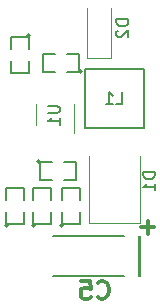
<source format=gbr>
%TF.GenerationSoftware,KiCad,Pcbnew,7.0.7-7.0.7~ubuntu23.04.1*%
%TF.CreationDate,2023-09-11T00:51:15+00:00*%
%TF.ProjectId,STEPUPDC02,53544550-5550-4444-9330-322e6b696361,rev?*%
%TF.SameCoordinates,Original*%
%TF.FileFunction,Legend,Bot*%
%TF.FilePolarity,Positive*%
%FSLAX46Y46*%
G04 Gerber Fmt 4.6, Leading zero omitted, Abs format (unit mm)*
G04 Created by KiCad (PCBNEW 7.0.7-7.0.7~ubuntu23.04.1) date 2023-09-11 00:51:15*
%MOMM*%
%LPD*%
G01*
G04 APERTURE LIST*
%ADD10C,0.150000*%
%ADD11C,0.304800*%
%ADD12C,0.120000*%
G04 APERTURE END LIST*
D10*
X14884819Y18772094D02*
X13884819Y18772094D01*
X13884819Y18772094D02*
X13884819Y18533999D01*
X13884819Y18533999D02*
X13932438Y18391142D01*
X13932438Y18391142D02*
X14027676Y18295904D01*
X14027676Y18295904D02*
X14122914Y18248285D01*
X14122914Y18248285D02*
X14313390Y18200666D01*
X14313390Y18200666D02*
X14456247Y18200666D01*
X14456247Y18200666D02*
X14646723Y18248285D01*
X14646723Y18248285D02*
X14741961Y18295904D01*
X14741961Y18295904D02*
X14837200Y18391142D01*
X14837200Y18391142D02*
X14884819Y18533999D01*
X14884819Y18533999D02*
X14884819Y18772094D01*
X14884819Y17248285D02*
X14884819Y17819713D01*
X14884819Y17533999D02*
X13884819Y17533999D01*
X13884819Y17533999D02*
X14027676Y17629237D01*
X14027676Y17629237D02*
X14122914Y17724475D01*
X14122914Y17724475D02*
X14170533Y17819713D01*
X11596666Y24564180D02*
X12072856Y24564180D01*
X12072856Y24564180D02*
X12072856Y25564180D01*
X10739523Y24564180D02*
X11310951Y24564180D01*
X11025237Y24564180D02*
X11025237Y25564180D01*
X11025237Y25564180D02*
X11120475Y25421323D01*
X11120475Y25421323D02*
X11215713Y25326085D01*
X11215713Y25326085D02*
X11310951Y25278466D01*
X5804819Y24383904D02*
X6614342Y24383904D01*
X6614342Y24383904D02*
X6709580Y24336285D01*
X6709580Y24336285D02*
X6757200Y24288666D01*
X6757200Y24288666D02*
X6804819Y24193428D01*
X6804819Y24193428D02*
X6804819Y24002952D01*
X6804819Y24002952D02*
X6757200Y23907714D01*
X6757200Y23907714D02*
X6709580Y23860095D01*
X6709580Y23860095D02*
X6614342Y23812476D01*
X6614342Y23812476D02*
X5804819Y23812476D01*
X6804819Y22812476D02*
X6804819Y23383904D01*
X6804819Y23098190D02*
X5804819Y23098190D01*
X5804819Y23098190D02*
X5947676Y23193428D01*
X5947676Y23193428D02*
X6042914Y23288666D01*
X6042914Y23288666D02*
X6090533Y23383904D01*
X12614819Y31726094D02*
X11614819Y31726094D01*
X11614819Y31726094D02*
X11614819Y31487999D01*
X11614819Y31487999D02*
X11662438Y31345142D01*
X11662438Y31345142D02*
X11757676Y31249904D01*
X11757676Y31249904D02*
X11852914Y31202285D01*
X11852914Y31202285D02*
X12043390Y31154666D01*
X12043390Y31154666D02*
X12186247Y31154666D01*
X12186247Y31154666D02*
X12376723Y31202285D01*
X12376723Y31202285D02*
X12471961Y31249904D01*
X12471961Y31249904D02*
X12567200Y31345142D01*
X12567200Y31345142D02*
X12614819Y31487999D01*
X12614819Y31487999D02*
X12614819Y31726094D01*
X11710057Y30773713D02*
X11662438Y30726094D01*
X11662438Y30726094D02*
X11614819Y30630856D01*
X11614819Y30630856D02*
X11614819Y30392761D01*
X11614819Y30392761D02*
X11662438Y30297523D01*
X11662438Y30297523D02*
X11710057Y30249904D01*
X11710057Y30249904D02*
X11805295Y30202285D01*
X11805295Y30202285D02*
X11900533Y30202285D01*
X11900533Y30202285D02*
X12043390Y30249904D01*
X12043390Y30249904D02*
X12614819Y30821332D01*
X12614819Y30821332D02*
X12614819Y30202285D01*
D11*
X10032999Y8218961D02*
X10105571Y8146390D01*
X10105571Y8146390D02*
X10323285Y8073818D01*
X10323285Y8073818D02*
X10468428Y8073818D01*
X10468428Y8073818D02*
X10686142Y8146390D01*
X10686142Y8146390D02*
X10831285Y8291532D01*
X10831285Y8291532D02*
X10903856Y8436675D01*
X10903856Y8436675D02*
X10976428Y8726961D01*
X10976428Y8726961D02*
X10976428Y8944675D01*
X10976428Y8944675D02*
X10903856Y9234961D01*
X10903856Y9234961D02*
X10831285Y9380104D01*
X10831285Y9380104D02*
X10686142Y9525247D01*
X10686142Y9525247D02*
X10468428Y9597818D01*
X10468428Y9597818D02*
X10323285Y9597818D01*
X10323285Y9597818D02*
X10105571Y9525247D01*
X10105571Y9525247D02*
X10032999Y9452675D01*
X8654142Y9597818D02*
X9379856Y9597818D01*
X9379856Y9597818D02*
X9452428Y8872104D01*
X9452428Y8872104D02*
X9379856Y8944675D01*
X9379856Y8944675D02*
X9234714Y9017247D01*
X9234714Y9017247D02*
X8871856Y9017247D01*
X8871856Y9017247D02*
X8726714Y8944675D01*
X8726714Y8944675D02*
X8654142Y8872104D01*
X8654142Y8872104D02*
X8581571Y8726961D01*
X8581571Y8726961D02*
X8581571Y8364104D01*
X8581571Y8364104D02*
X8654142Y8218961D01*
X8654142Y8218961D02*
X8726714Y8146390D01*
X8726714Y8146390D02*
X8871856Y8073818D01*
X8871856Y8073818D02*
X9234714Y8073818D01*
X9234714Y8073818D02*
X9379856Y8146390D01*
X9379856Y8146390D02*
X9452428Y8218961D01*
X14835050Y14125550D02*
X13673908Y14125550D01*
X14254479Y13544978D02*
X14254479Y14706121D01*
D12*
%TO.C,D1*%
X13580000Y14484000D02*
X13580000Y20184000D01*
X9280000Y14484000D02*
X9280000Y20184000D01*
X13580000Y14484000D02*
X9280000Y14484000D01*
D10*
%TO.C,L1*%
X8930000Y27519000D02*
X13930000Y27519000D01*
X13930000Y22519000D02*
X8930000Y22519000D01*
X8930000Y22519000D02*
X8930000Y27519000D01*
X13930000Y27519000D02*
X13930000Y22519000D01*
%TO.C,R1*%
X4191000Y27178000D02*
X4191000Y28194000D01*
X4191000Y29210000D02*
X4191000Y30226000D01*
X2667000Y27178000D02*
X4191000Y27178000D01*
X2667000Y30226000D02*
X2667000Y29210000D01*
X4191000Y30226000D02*
X2667000Y30226000D01*
X2667000Y28194000D02*
X2667000Y27178000D01*
X4318000Y30353000D02*
G75*
G03*
X4318000Y30353000I-127000J0D01*
G01*
D12*
%TO.C,U1*%
X4806000Y22802000D02*
X4806000Y24602000D01*
X8026000Y24602000D02*
X8026000Y22152000D01*
%TO.C,D2*%
X11160000Y28438000D02*
X9160000Y28438000D01*
X11160000Y32738000D02*
X11160000Y28438000D01*
X9160000Y28438000D02*
X9160000Y32738000D01*
D10*
%TO.C,C1*%
X2286000Y15430500D02*
X2286000Y14414500D01*
X3810000Y16446500D02*
X3810000Y17462500D01*
X3810000Y17462500D02*
X2286000Y17462500D01*
X2286000Y17462500D02*
X2286000Y16446500D01*
X3810000Y14414500D02*
X3810000Y15430500D01*
X2286000Y14414500D02*
X3810000Y14414500D01*
X2413000Y14287500D02*
G75*
G03*
X2413000Y14287500I-127000J0D01*
G01*
%TO.C,C2*%
X6985000Y15430500D02*
X6985000Y14414500D01*
X8509000Y14414500D02*
X8509000Y15430500D01*
X6985000Y17462500D02*
X6985000Y16446500D01*
X8509000Y16446500D02*
X8509000Y17462500D01*
X6985000Y14414500D02*
X8509000Y14414500D01*
X8509000Y17462500D02*
X6985000Y17462500D01*
X7112000Y14287500D02*
G75*
G03*
X7112000Y14287500I-127000J0D01*
G01*
%TO.C,C5*%
X14257020Y14737080D02*
X14257020Y13637260D01*
X6256020Y9984740D02*
X12255500Y9984740D01*
X6278880Y13385800D02*
X12278360Y13385800D01*
X14856460Y14236700D02*
X13657580Y14236700D01*
X13573760Y13385800D02*
X13573760Y9987280D01*
X13555980Y13383260D02*
X13555980Y9984740D01*
%TO.C,R2*%
X6096000Y16446500D02*
X6096000Y17462500D01*
X6096000Y17462500D02*
X4572000Y17462500D01*
X6096000Y14414500D02*
X6096000Y15430500D01*
X4572000Y17462500D02*
X4572000Y16446500D01*
X4572000Y14414500D02*
X6096000Y14414500D01*
X4572000Y15430500D02*
X4572000Y14414500D01*
X4699000Y14287500D02*
G75*
G03*
X4699000Y14287500I-127000J0D01*
G01*
%TO.C,R4*%
X8191500Y19685000D02*
X7175500Y19685000D01*
X5143500Y18161000D02*
X6159500Y18161000D01*
X8191500Y18161000D02*
X8191500Y19685000D01*
X5143500Y19685000D02*
X5143500Y18161000D01*
X7175500Y18161000D02*
X8191500Y18161000D01*
X6159500Y19685000D02*
X5143500Y19685000D01*
X5143500Y19685000D02*
G75*
G03*
X5143500Y19685000I-127000J0D01*
G01*
%TO.C,C6*%
X5397500Y28829000D02*
X5397500Y27305000D01*
X7429500Y27305000D02*
X8445500Y27305000D01*
X8445500Y28829000D02*
X7429500Y28829000D01*
X5397500Y27305000D02*
X6413500Y27305000D01*
X6413500Y28829000D02*
X5397500Y28829000D01*
X8445500Y27305000D02*
X8445500Y28829000D01*
X8699500Y27305000D02*
G75*
G03*
X8699500Y27305000I-127000J0D01*
G01*
%TD*%
M02*

</source>
